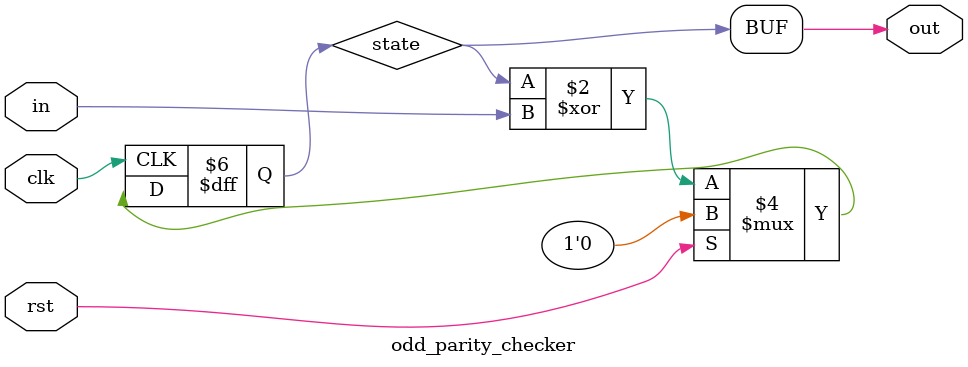
<source format=v>
module odd_parity_checker (
    input  wire in,
    input  wire rst,
    input  wire clk,
    output wire out
);
    // Delare state
    reg state;

    // Output logic
    assign out = state;

    // State transition logic
    always @(posedge clk) begin
        if (rst) begin
            state <= 1'b0;  // Reset state to even parity
        end else begin
            state <= state ^ in;  // Toggle state on input '1'
        end
    end

endmodule

</source>
